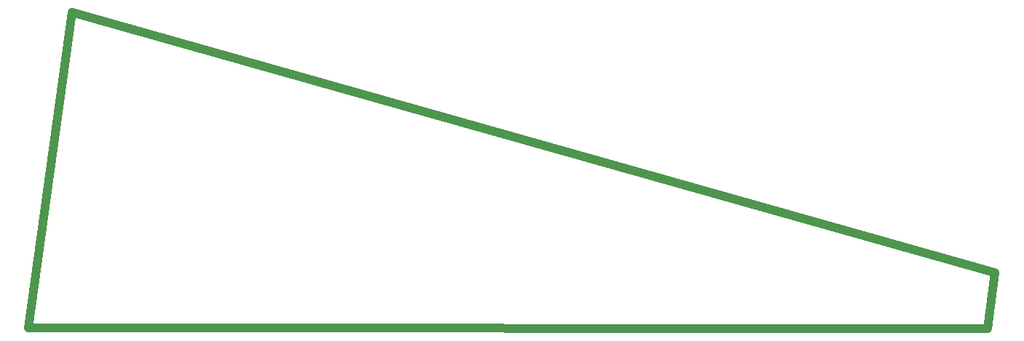
<source format=gbr>
%TF.GenerationSoftware,KiCad,Pcbnew,(6.0.6)*%
%TF.CreationDate,2022-09-18T10:39:24-04:00*%
%TF.ProjectId,tier1,74696572-312e-46b6-9963-61645f706362,rev?*%
%TF.SameCoordinates,Original*%
%TF.FileFunction,Soldermask,Bot*%
%TF.FilePolarity,Negative*%
%FSLAX46Y46*%
G04 Gerber Fmt 4.6, Leading zero omitted, Abs format (unit mm)*
G04 Created by KiCad (PCBNEW (6.0.6)) date 2022-09-18 10:39:24*
%MOMM*%
%LPD*%
G01*
G04 APERTURE LIST*
%ADD10C,1.000000*%
G04 APERTURE END LIST*
D10*
X90040000Y-111970000D02*
X201620000Y-112020000D01*
X202470000Y-105500000D02*
X95100000Y-75210000D01*
X201620000Y-112020000D02*
X202470000Y-105500000D01*
X95100000Y-75210000D02*
X90040000Y-111970000D01*
M02*

</source>
